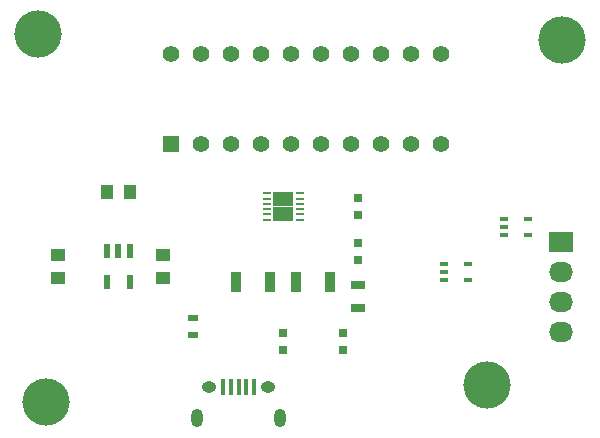
<source format=gbr>
G04 #@! TF.FileFunction,Soldermask,Top*
%FSLAX46Y46*%
G04 Gerber Fmt 4.6, Leading zero omitted, Abs format (unit mm)*
G04 Created by KiCad (PCBNEW (2015-07-31 BZR 6030)-product) date Sat Sep 12 09:45:30 2015*
%MOMM*%
G01*
G04 APERTURE LIST*
%ADD10C,0.100000*%
%ADD11C,4.000000*%
%ADD12R,1.000000X1.250000*%
%ADD13R,0.750000X0.800000*%
%ADD14R,1.250000X1.000000*%
%ADD15R,0.400000X1.350000*%
%ADD16O,1.250000X0.950000*%
%ADD17O,1.000000X1.550000*%
%ADD18R,0.900000X0.500000*%
%ADD19R,2.032000X1.727200*%
%ADD20O,2.032000X1.727200*%
%ADD21R,0.900000X1.700000*%
%ADD22R,1.300000X0.700000*%
%ADD23R,0.700000X0.250000*%
%ADD24R,0.830000X1.190000*%
%ADD25R,1.397000X1.397000*%
%ADD26C,1.397000*%
%ADD27R,0.620000X1.220000*%
%ADD28R,0.660400X0.406400*%
G04 APERTURE END LIST*
D10*
D11*
X169077600Y-118454000D03*
X175427600Y-89244000D03*
X131028400Y-88786800D03*
D12*
X136835600Y-102096400D03*
X138835600Y-102096400D03*
D13*
X151805600Y-114046400D03*
X151805600Y-115546400D03*
X156885600Y-114046400D03*
X156885600Y-115546400D03*
X158155600Y-107926400D03*
X158155600Y-106426400D03*
D14*
X141645600Y-109446400D03*
X141645600Y-107446400D03*
D13*
X158155600Y-104116400D03*
X158155600Y-102616400D03*
D14*
X132755600Y-109446400D03*
X132755600Y-107446400D03*
D15*
X146725600Y-118606400D03*
X147375600Y-118606400D03*
X148025600Y-118606400D03*
X148675600Y-118606400D03*
X149325600Y-118606400D03*
D16*
X145525600Y-118606400D03*
X150525600Y-118606400D03*
D17*
X144525600Y-121306400D03*
X151525600Y-121306400D03*
D18*
X144185600Y-112776400D03*
X144185600Y-114276400D03*
D19*
X175300600Y-106389000D03*
D20*
X175300600Y-108929000D03*
X175300600Y-111469000D03*
X175300600Y-114009000D03*
D21*
X155795600Y-109716400D03*
X152895600Y-109716400D03*
X150715600Y-109716400D03*
X147815600Y-109716400D03*
D22*
X158155600Y-111936400D03*
X158155600Y-110036400D03*
D23*
X153205600Y-104491400D03*
X153205600Y-104041400D03*
X153205600Y-103591400D03*
X153205600Y-103141400D03*
X153205600Y-102691400D03*
X153205600Y-102241400D03*
X150405600Y-102241400D03*
X150405600Y-102691400D03*
X150405600Y-103141400D03*
X150405600Y-103591400D03*
X150405600Y-104041400D03*
X150405600Y-104491400D03*
D24*
X151390600Y-102771400D03*
X151390600Y-103961400D03*
X152220600Y-102771400D03*
X152220600Y-103961400D03*
D25*
X142255200Y-98083200D03*
D26*
X144795200Y-98083200D03*
X147335200Y-98083200D03*
X149875200Y-98083200D03*
X152415200Y-98083200D03*
X154955200Y-98083200D03*
X157495200Y-98083200D03*
X160035200Y-98083200D03*
X162575200Y-98083200D03*
X165115200Y-98083200D03*
X165115200Y-90463200D03*
X162575200Y-90463200D03*
X160035200Y-90463200D03*
X157495200Y-90463200D03*
X154955200Y-90463200D03*
X152415200Y-90463200D03*
X149875200Y-90463200D03*
X147335200Y-90463200D03*
X144795200Y-90463200D03*
X142255200Y-90463200D03*
D27*
X136885600Y-109756400D03*
X138785600Y-109756400D03*
X136885600Y-107136400D03*
X138785600Y-107136400D03*
X137835600Y-107136400D03*
D28*
X170474600Y-104458600D03*
X170474600Y-105779400D03*
X170474600Y-105119000D03*
X172506600Y-105779400D03*
X172506600Y-104458600D03*
X165394600Y-108268600D03*
X165394600Y-109589400D03*
X165394600Y-108929000D03*
X167426600Y-109589400D03*
X167426600Y-108268600D03*
D11*
X131739600Y-119876400D03*
M02*

</source>
